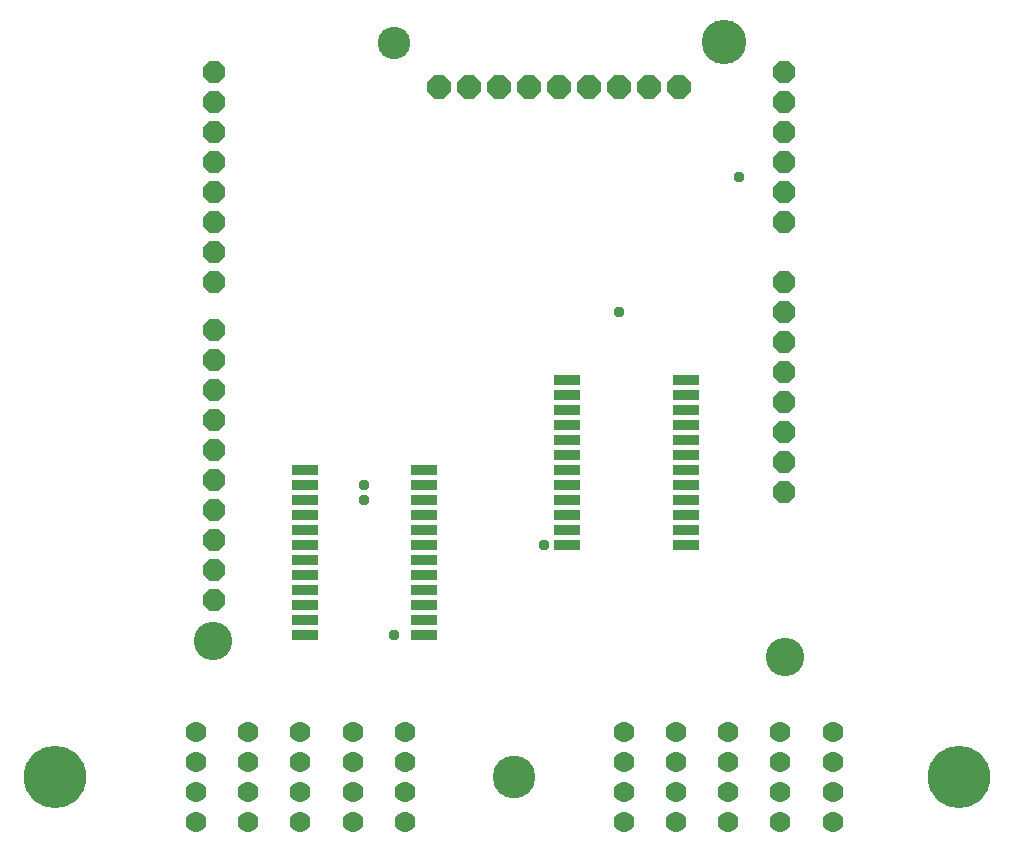
<source format=gbr>
G04 EAGLE Gerber X2 export*
%TF.Part,Single*%
%TF.FileFunction,Soldermask,Top,1*%
%TF.FilePolarity,Negative*%
%TF.GenerationSoftware,Autodesk,EAGLE,8.6.1*%
%TF.CreationDate,2018-05-08T23:05:54Z*%
G75*
%MOMM*%
%FSLAX34Y34*%
%LPD*%
%AMOC8*
5,1,8,0,0,1.08239X$1,22.5*%
G01*
%ADD10C,3.251200*%
%ADD11C,3.759200*%
%ADD12C,2.743200*%
%ADD13R,2.235200X0.863600*%
%ADD14P,2.144431X8X112.500000*%
%ADD15C,3.606800*%
%ADD16C,5.283200*%
%ADD17C,1.765300*%
%ADD18P,2.034460X8X112.500000*%
%ADD19C,0.959600*%


D10*
X62738Y-583438D03*
X546608Y-596900D03*
D11*
X495300Y-76200D03*
D12*
X215900Y-76454D03*
D13*
X240792Y-577850D03*
X240792Y-565150D03*
X240792Y-552450D03*
X240792Y-539750D03*
X240792Y-527050D03*
X240792Y-514350D03*
X240792Y-501650D03*
X240792Y-488950D03*
X140208Y-488950D03*
X140208Y-501650D03*
X140208Y-514350D03*
X140208Y-527050D03*
X140208Y-539750D03*
X140208Y-552450D03*
X140208Y-565150D03*
X140208Y-577850D03*
X140208Y-476250D03*
X140208Y-463550D03*
X140208Y-450850D03*
X140208Y-438150D03*
X240792Y-476250D03*
X240792Y-463550D03*
X240792Y-450850D03*
X240792Y-438150D03*
X463042Y-501650D03*
X463042Y-488950D03*
X463042Y-476250D03*
X463042Y-463550D03*
X463042Y-450850D03*
X463042Y-438150D03*
X463042Y-425450D03*
X463042Y-412750D03*
X362458Y-412750D03*
X362458Y-425450D03*
X362458Y-438150D03*
X362458Y-450850D03*
X362458Y-463550D03*
X362458Y-476250D03*
X362458Y-488950D03*
X362458Y-501650D03*
X362458Y-400050D03*
X362458Y-387350D03*
X362458Y-374650D03*
X362458Y-361950D03*
X463042Y-400050D03*
X463042Y-387350D03*
X463042Y-374650D03*
X463042Y-361950D03*
D14*
X254000Y-114300D03*
X279400Y-114300D03*
X304800Y-114300D03*
X330200Y-114300D03*
X355600Y-114300D03*
X381000Y-114300D03*
X406400Y-114300D03*
X431800Y-114300D03*
X457200Y-114300D03*
D15*
X317500Y-698500D03*
D16*
X694182Y-698500D03*
X-71120Y-698500D03*
D17*
X224790Y-685800D03*
X224790Y-660400D03*
X224790Y-711200D03*
X224790Y-736600D03*
X180594Y-660400D03*
X136398Y-660400D03*
X92202Y-660400D03*
X48006Y-660400D03*
X180594Y-685800D03*
X136398Y-685800D03*
X92202Y-685800D03*
X48006Y-685800D03*
X180594Y-711200D03*
X136398Y-711200D03*
X92202Y-711200D03*
X48006Y-711200D03*
X180594Y-736600D03*
X136398Y-736600D03*
X92202Y-736600D03*
X48006Y-736600D03*
X410210Y-685800D03*
X410210Y-660400D03*
X410210Y-711200D03*
X410210Y-736600D03*
X454406Y-660400D03*
X498602Y-660400D03*
X542798Y-660400D03*
X586994Y-660400D03*
X454406Y-685800D03*
X498602Y-685800D03*
X542798Y-685800D03*
X586994Y-685800D03*
X454406Y-711200D03*
X498602Y-711200D03*
X542798Y-711200D03*
X586994Y-711200D03*
X454406Y-736600D03*
X498602Y-736600D03*
X542798Y-736600D03*
X586994Y-736600D03*
D18*
X63500Y-203200D03*
X546100Y-228600D03*
X63500Y-177800D03*
X63500Y-152400D03*
X63500Y-127000D03*
X63500Y-101600D03*
X63500Y-228600D03*
X63500Y-254000D03*
X63500Y-279400D03*
X63500Y-320040D03*
X63500Y-345440D03*
X63500Y-370840D03*
X63500Y-396240D03*
X63500Y-421640D03*
X63500Y-447040D03*
X63500Y-472440D03*
X63500Y-497840D03*
X546100Y-203200D03*
X546100Y-177800D03*
X546100Y-152400D03*
X546100Y-127000D03*
X546100Y-101600D03*
X546100Y-279400D03*
X546100Y-304800D03*
X546100Y-330200D03*
X546100Y-355600D03*
X546100Y-381000D03*
X546100Y-406400D03*
X63500Y-523240D03*
X63500Y-548640D03*
X546100Y-431800D03*
X546100Y-457200D03*
D19*
X406400Y-304800D03*
X190500Y-450850D03*
X190500Y-463550D03*
X215900Y-577850D03*
X342900Y-501650D03*
X508000Y-190500D03*
M02*

</source>
